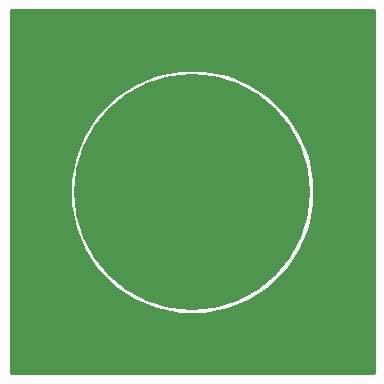
<source format=gbl>
G04 #@! TF.GenerationSoftware,KiCad,Pcbnew,(5.1.5-0)*
G04 #@! TF.CreationDate,2020-06-12T16:42:37+02:00*
G04 #@! TF.ProjectId,cible,6369626c-652e-46b6-9963-61645f706362,rev?*
G04 #@! TF.SameCoordinates,Original*
G04 #@! TF.FileFunction,Copper,L2,Bot*
G04 #@! TF.FilePolarity,Positive*
%FSLAX46Y46*%
G04 Gerber Fmt 4.6, Leading zero omitted, Abs format (unit mm)*
G04 Created by KiCad (PCBNEW (5.1.5-0)) date 2020-06-12 16:42:37*
%MOMM*%
%LPD*%
G04 APERTURE LIST*
%ADD10C,20.000000*%
%ADD11C,1.000000*%
%ADD12C,0.800000*%
%ADD13C,0.254000*%
G04 APERTURE END LIST*
D10*
X126000000Y-86000000D03*
D11*
X126000000Y-75000000D03*
X137000000Y-86000000D03*
X136000000Y-82000000D03*
X134000000Y-78500000D03*
X130500000Y-76000000D03*
X136000000Y-90000000D03*
X130500000Y-96000000D03*
X126000000Y-97000000D03*
X121500000Y-96000000D03*
X118000000Y-93500000D03*
X116000000Y-90000000D03*
X115000000Y-86000000D03*
X116000000Y-82000000D03*
X118000000Y-78500000D03*
X121500000Y-76000000D03*
X133950000Y-93500000D03*
D12*
X126000000Y-86000000D03*
D13*
G36*
X141373000Y-101373000D02*
G01*
X110627000Y-101373000D01*
X110627000Y-84982879D01*
X115673000Y-84982879D01*
X115673000Y-87017121D01*
X116069861Y-89012275D01*
X116848331Y-90891669D01*
X117978495Y-92583079D01*
X119416921Y-94021505D01*
X121108331Y-95151669D01*
X122987725Y-95930139D01*
X124982879Y-96327000D01*
X127017121Y-96327000D01*
X129012275Y-95930139D01*
X130891669Y-95151669D01*
X132583079Y-94021505D01*
X134021505Y-92583079D01*
X135151669Y-90891669D01*
X135930139Y-89012275D01*
X136327000Y-87017121D01*
X136327000Y-84982879D01*
X135930139Y-82987725D01*
X135151669Y-81108331D01*
X134021505Y-79416921D01*
X132583079Y-77978495D01*
X130891669Y-76848331D01*
X129012275Y-76069861D01*
X127017121Y-75673000D01*
X124982879Y-75673000D01*
X122987725Y-76069861D01*
X121108331Y-76848331D01*
X119416921Y-77978495D01*
X117978495Y-79416921D01*
X116848331Y-81108331D01*
X116069861Y-82987725D01*
X115673000Y-84982879D01*
X110627000Y-84982879D01*
X110627000Y-70627000D01*
X141373000Y-70627000D01*
X141373000Y-101373000D01*
G37*
X141373000Y-101373000D02*
X110627000Y-101373000D01*
X110627000Y-84982879D01*
X115673000Y-84982879D01*
X115673000Y-87017121D01*
X116069861Y-89012275D01*
X116848331Y-90891669D01*
X117978495Y-92583079D01*
X119416921Y-94021505D01*
X121108331Y-95151669D01*
X122987725Y-95930139D01*
X124982879Y-96327000D01*
X127017121Y-96327000D01*
X129012275Y-95930139D01*
X130891669Y-95151669D01*
X132583079Y-94021505D01*
X134021505Y-92583079D01*
X135151669Y-90891669D01*
X135930139Y-89012275D01*
X136327000Y-87017121D01*
X136327000Y-84982879D01*
X135930139Y-82987725D01*
X135151669Y-81108331D01*
X134021505Y-79416921D01*
X132583079Y-77978495D01*
X130891669Y-76848331D01*
X129012275Y-76069861D01*
X127017121Y-75673000D01*
X124982879Y-75673000D01*
X122987725Y-76069861D01*
X121108331Y-76848331D01*
X119416921Y-77978495D01*
X117978495Y-79416921D01*
X116848331Y-81108331D01*
X116069861Y-82987725D01*
X115673000Y-84982879D01*
X110627000Y-84982879D01*
X110627000Y-70627000D01*
X141373000Y-70627000D01*
X141373000Y-101373000D01*
M02*

</source>
